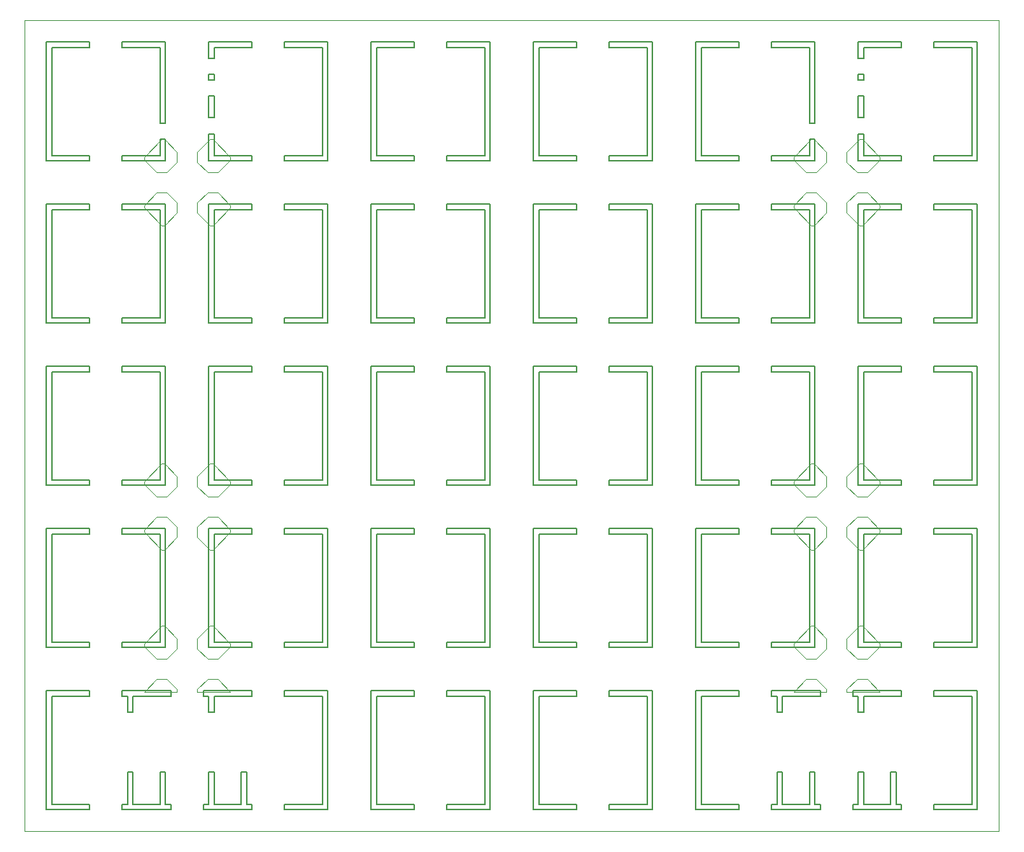
<source format=gm1>
G04 #@! TF.FileFunction,Profile,NP*
%FSLAX46Y46*%
G04 Gerber Fmt 4.6, Leading zero omitted, Abs format (unit mm)*
G04 Created by KiCad (PCBNEW 4.0.7-e2-6376~58~ubuntu16.04.1) date Wed Feb 21 22:00:40 2018*
%MOMM*%
%LPD*%
G01*
G04 APERTURE LIST*
%ADD10C,0.100000*%
%ADD11C,0.150000*%
G04 APERTURE END LIST*
D10*
X198835222Y-141684980D02*
X197346935Y-143173268D01*
X198835222Y-141684980D02*
X200025852Y-141684980D01*
X201216482Y-142875611D02*
X200025852Y-141684980D01*
X197346936Y-143173267D02*
X201216483Y-143173267D01*
X201216483Y-143173267D02*
X201216483Y-142875610D01*
X203597744Y-143173267D02*
X203597744Y-142875610D01*
X203597744Y-143173267D02*
X207467291Y-143173267D01*
X204788372Y-141684980D02*
X205979002Y-141684980D01*
X203597744Y-142875610D02*
X204788374Y-141684980D01*
X205979004Y-141684980D02*
X207467291Y-143173267D01*
X129778679Y-141684980D02*
X131266966Y-143173267D01*
X127397419Y-142875610D02*
X128588049Y-141684980D01*
X128588047Y-141684980D02*
X129778677Y-141684980D01*
X127397419Y-143173267D02*
X131266966Y-143173267D01*
X127397419Y-143173267D02*
X127397419Y-142875610D01*
X125016158Y-143173267D02*
X125016158Y-142875610D01*
X121146611Y-143173267D02*
X125016158Y-143173267D01*
X125016157Y-142875611D02*
X123825527Y-141684980D01*
X122634897Y-141684980D02*
X123825527Y-141684980D01*
X122634897Y-141684980D02*
X121146610Y-143173268D01*
X201216483Y-80962845D02*
X200025853Y-82153476D01*
X198835223Y-82153476D02*
X200025853Y-82153476D01*
X201216483Y-79772215D02*
X201216483Y-80962845D01*
X198835223Y-82153476D02*
X197346936Y-80665188D01*
X201216483Y-79772215D02*
X199728196Y-78283928D01*
X199728196Y-78283928D02*
X199430538Y-78283928D01*
X199430538Y-78283928D02*
X197346936Y-80367530D01*
X197346936Y-80367530D02*
X197346936Y-80665188D01*
X205383689Y-78283928D02*
X205086031Y-78283928D01*
X205086031Y-78283928D02*
X203597744Y-79772215D01*
X203597744Y-79772215D02*
X203597744Y-80962845D01*
X203597744Y-80962845D02*
X204788374Y-82153476D01*
X204788374Y-82153476D02*
X205979004Y-82153476D01*
X205979004Y-82153476D02*
X207467291Y-80665188D01*
X207467291Y-80665188D02*
X207467291Y-80367530D01*
X207467291Y-80367530D02*
X205383689Y-78283928D01*
X207467290Y-86320681D02*
X207467290Y-86023023D01*
X205383688Y-88404283D02*
X207467290Y-86320681D01*
X205086030Y-88404283D02*
X205383688Y-88404283D01*
X203597743Y-86915996D02*
X205086030Y-88404283D01*
X205979003Y-84534735D02*
X207467290Y-86023023D01*
X203597743Y-86915996D02*
X203597743Y-85725366D01*
X205979003Y-84534735D02*
X204788373Y-84534735D01*
X203597743Y-85725366D02*
X204788373Y-84534735D01*
X201216483Y-85725369D02*
X200025853Y-84534738D01*
X198835223Y-84534738D02*
X200025853Y-84534738D01*
X201216483Y-86915999D02*
X201216483Y-85725369D01*
X198835223Y-84534738D02*
X197346936Y-86023026D01*
X201216483Y-86915999D02*
X199728196Y-88404286D01*
X199728196Y-88404286D02*
X199430538Y-88404286D01*
X199430538Y-88404286D02*
X197346936Y-86320684D01*
X197346936Y-86320684D02*
X197346936Y-86023026D01*
X207467290Y-137517773D02*
X205383688Y-135434171D01*
X207467290Y-137815431D02*
X207467290Y-137517773D01*
X205979003Y-139303719D02*
X207467290Y-137815431D01*
X204788373Y-139303719D02*
X205979003Y-139303719D01*
X203597743Y-138113088D02*
X204788373Y-139303719D01*
X203597743Y-136922458D02*
X203597743Y-138113088D01*
X205086030Y-135434171D02*
X203597743Y-136922458D01*
X205383688Y-135434171D02*
X205086030Y-135434171D01*
X197346935Y-137517773D02*
X197346935Y-137815431D01*
X199430537Y-135434171D02*
X197346935Y-137517773D01*
X199728195Y-135434171D02*
X199430537Y-135434171D01*
X201216482Y-136922458D02*
X199728195Y-135434171D01*
X198835222Y-139303719D02*
X197346935Y-137815431D01*
X201216482Y-136922458D02*
X201216482Y-138113088D01*
X198835222Y-139303719D02*
X200025852Y-139303719D01*
X201216482Y-138113088D02*
X200025852Y-139303719D01*
X201216482Y-119063006D02*
X200025852Y-120253637D01*
X198835222Y-120253637D02*
X200025852Y-120253637D01*
X201216482Y-117872376D02*
X201216482Y-119063006D01*
X198835222Y-120253637D02*
X197346935Y-118765349D01*
X201216482Y-117872376D02*
X199728195Y-116384089D01*
X199728195Y-116384089D02*
X199430537Y-116384089D01*
X199430537Y-116384089D02*
X197346935Y-118467691D01*
X197346935Y-118467691D02*
X197346935Y-118765349D01*
X205383688Y-116384089D02*
X205086030Y-116384089D01*
X205086030Y-116384089D02*
X203597743Y-117872376D01*
X203597743Y-117872376D02*
X203597743Y-119063006D01*
X203597743Y-119063006D02*
X204788373Y-120253637D01*
X204788373Y-120253637D02*
X205979003Y-120253637D01*
X205979003Y-120253637D02*
X207467290Y-118765349D01*
X207467290Y-118765349D02*
X207467290Y-118467691D01*
X207467290Y-118467691D02*
X205383688Y-116384089D01*
X207467289Y-124420842D02*
X207467289Y-124123184D01*
X205383687Y-126504444D02*
X207467289Y-124420842D01*
X205086029Y-126504444D02*
X205383687Y-126504444D01*
X203597742Y-125016157D02*
X205086029Y-126504444D01*
X205979002Y-122634896D02*
X207467289Y-124123184D01*
X203597742Y-125016157D02*
X203597742Y-123825527D01*
X205979002Y-122634896D02*
X204788372Y-122634896D01*
X203597742Y-123825527D02*
X204788372Y-122634896D01*
X201216482Y-123825530D02*
X200025852Y-122634899D01*
X198835222Y-122634899D02*
X200025852Y-122634899D01*
X201216482Y-125016160D02*
X201216482Y-123825530D01*
X198835222Y-122634899D02*
X197346935Y-124123187D01*
X201216482Y-125016160D02*
X199728195Y-126504447D01*
X199728195Y-126504447D02*
X199430537Y-126504447D01*
X199430537Y-126504447D02*
X197346935Y-124420845D01*
X197346935Y-124420845D02*
X197346935Y-124123187D01*
X121146610Y-124420845D02*
X121146610Y-124123187D01*
X123230212Y-126504447D02*
X121146610Y-124420845D01*
X123527870Y-126504447D02*
X123230212Y-126504447D01*
X125016157Y-125016160D02*
X123527870Y-126504447D01*
X122634897Y-122634899D02*
X121146610Y-124123187D01*
X125016157Y-125016160D02*
X125016157Y-123825530D01*
X122634897Y-122634899D02*
X123825527Y-122634899D01*
X125016157Y-123825530D02*
X123825527Y-122634899D01*
X127397417Y-123825527D02*
X128588047Y-122634896D01*
X129778677Y-122634896D02*
X128588047Y-122634896D01*
X127397417Y-125016157D02*
X127397417Y-123825527D01*
X129778677Y-122634896D02*
X131266964Y-124123184D01*
X127397417Y-125016157D02*
X128885704Y-126504444D01*
X128885704Y-126504444D02*
X129183362Y-126504444D01*
X129183362Y-126504444D02*
X131266964Y-124420842D01*
X131266964Y-124420842D02*
X131266964Y-124123184D01*
X131266965Y-118467691D02*
X129183363Y-116384089D01*
X131266965Y-118765349D02*
X131266965Y-118467691D01*
X129778678Y-120253637D02*
X131266965Y-118765349D01*
X128588048Y-120253637D02*
X129778678Y-120253637D01*
X127397418Y-119063006D02*
X128588048Y-120253637D01*
X127397418Y-117872376D02*
X127397418Y-119063006D01*
X128885705Y-116384089D02*
X127397418Y-117872376D01*
X129183363Y-116384089D02*
X128885705Y-116384089D01*
X121146610Y-118467691D02*
X121146610Y-118765349D01*
X123230212Y-116384089D02*
X121146610Y-118467691D01*
X123527870Y-116384089D02*
X123230212Y-116384089D01*
X125016157Y-117872376D02*
X123527870Y-116384089D01*
X122634897Y-120253637D02*
X121146610Y-118765349D01*
X125016157Y-117872376D02*
X125016157Y-119063006D01*
X122634897Y-120253637D02*
X123825527Y-120253637D01*
X125016157Y-119063006D02*
X123825527Y-120253637D01*
X125016157Y-138113088D02*
X123825527Y-139303719D01*
X122634897Y-139303719D02*
X123825527Y-139303719D01*
X125016157Y-136922458D02*
X125016157Y-138113088D01*
X122634897Y-139303719D02*
X121146610Y-137815431D01*
X125016157Y-136922458D02*
X123527870Y-135434171D01*
X123527870Y-135434171D02*
X123230212Y-135434171D01*
X123230212Y-135434171D02*
X121146610Y-137517773D01*
X121146610Y-137517773D02*
X121146610Y-137815431D01*
X129183363Y-135434171D02*
X128885705Y-135434171D01*
X128885705Y-135434171D02*
X127397418Y-136922458D01*
X127397418Y-136922458D02*
X127397418Y-138113088D01*
X127397418Y-138113088D02*
X128588048Y-139303719D01*
X128588048Y-139303719D02*
X129778678Y-139303719D01*
X129778678Y-139303719D02*
X131266965Y-137815431D01*
X131266965Y-137815431D02*
X131266965Y-137517773D01*
X131266965Y-137517773D02*
X129183363Y-135434171D01*
X121146611Y-86320684D02*
X121146611Y-86023026D01*
X123230213Y-88404286D02*
X121146611Y-86320684D01*
X123527871Y-88404286D02*
X123230213Y-88404286D01*
X125016158Y-86915999D02*
X123527871Y-88404286D01*
X122634898Y-84534738D02*
X121146611Y-86023026D01*
X125016158Y-86915999D02*
X125016158Y-85725369D01*
X122634898Y-84534738D02*
X123825528Y-84534738D01*
X125016158Y-85725369D02*
X123825528Y-84534738D01*
X127397418Y-85725366D02*
X128588048Y-84534735D01*
X129778678Y-84534735D02*
X128588048Y-84534735D01*
X127397418Y-86915996D02*
X127397418Y-85725366D01*
X129778678Y-84534735D02*
X131266965Y-86023023D01*
X127397418Y-86915996D02*
X128885705Y-88404283D01*
X128885705Y-88404283D02*
X129183363Y-88404283D01*
X129183363Y-88404283D02*
X131266965Y-86320681D01*
X131266965Y-86320681D02*
X131266965Y-86023023D01*
X131266966Y-80367530D02*
X129183364Y-78283928D01*
X131266966Y-80665188D02*
X131266966Y-80367530D01*
X129778679Y-82153476D02*
X131266966Y-80665188D01*
X128588049Y-82153476D02*
X129778679Y-82153476D01*
X127397419Y-80962845D02*
X128588049Y-82153476D01*
X127397419Y-79772215D02*
X127397419Y-80962845D01*
X128885706Y-78283928D02*
X127397419Y-79772215D01*
X129183364Y-78283928D02*
X128885706Y-78283928D01*
X121146611Y-80367530D02*
X121146611Y-80665188D01*
X123230213Y-78283928D02*
X121146611Y-80367530D01*
X123527871Y-78283928D02*
X123230213Y-78283928D01*
X125016158Y-79772215D02*
X123527871Y-78283928D01*
X122634898Y-82153476D02*
X121146611Y-80665188D01*
X125016158Y-79772215D02*
X125016158Y-80962845D01*
X122634898Y-82153476D02*
X123825528Y-82153476D01*
X125016158Y-80962845D02*
X123825528Y-82153476D01*
X107156250Y-159543832D02*
X107156250Y-64293750D01*
X107156250Y-64293750D02*
X221456250Y-64293750D01*
X221456250Y-159543832D02*
X107156250Y-159543832D01*
X221456250Y-64293750D02*
X221456250Y-159543832D01*
D11*
X171926992Y-143669390D02*
X167481992Y-143669390D01*
X167481992Y-143669390D02*
X167481992Y-156369390D01*
X167481992Y-156369390D02*
X171926992Y-156369390D01*
X171926992Y-157004390D02*
X166846992Y-157004390D01*
X166846992Y-157004390D02*
X166846992Y-143034390D01*
X166846992Y-143034390D02*
X171926992Y-143034390D01*
X175736992Y-143034390D02*
X180816992Y-143034390D01*
X180816992Y-143034390D02*
X180816992Y-157004390D01*
X180816992Y-157004390D02*
X175736992Y-157004390D01*
X175736992Y-156369390D02*
X180181992Y-156369390D01*
X180181992Y-156369390D02*
X180181992Y-143669390D01*
X180181992Y-143669390D02*
X175736992Y-143669390D01*
X171926992Y-143669390D02*
X171926992Y-143034390D01*
X175736992Y-143034390D02*
X175736992Y-143669390D01*
X175736992Y-156369390D02*
X175736992Y-157004390D01*
X171926992Y-157004390D02*
X171926992Y-156369390D01*
X152876910Y-143669390D02*
X148431910Y-143669390D01*
X148431910Y-143669390D02*
X148431910Y-156369390D01*
X148431910Y-156369390D02*
X152876910Y-156369390D01*
X152876910Y-157004390D02*
X147796910Y-157004390D01*
X147796910Y-157004390D02*
X147796910Y-143034390D01*
X147796910Y-143034390D02*
X152876910Y-143034390D01*
X156686910Y-143034390D02*
X161766910Y-143034390D01*
X161766910Y-143034390D02*
X161766910Y-157004390D01*
X161766910Y-157004390D02*
X156686910Y-157004390D01*
X156686910Y-156369390D02*
X161131910Y-156369390D01*
X161131910Y-156369390D02*
X161131910Y-143669390D01*
X161131910Y-143669390D02*
X156686910Y-143669390D01*
X152876910Y-143669390D02*
X152876910Y-143034390D01*
X156686910Y-143034390D02*
X156686910Y-143669390D01*
X156686910Y-156369390D02*
X156686910Y-157004390D01*
X152876910Y-157004390D02*
X152876910Y-156369390D01*
X171926250Y-124618750D02*
X167481250Y-124618750D01*
X167481250Y-124618750D02*
X167481250Y-137318750D01*
X167481250Y-137318750D02*
X171926250Y-137318750D01*
X171926250Y-137953750D02*
X166846250Y-137953750D01*
X166846250Y-137953750D02*
X166846250Y-123983750D01*
X166846250Y-123983750D02*
X171926250Y-123983750D01*
X175736250Y-123983750D02*
X180816250Y-123983750D01*
X180816250Y-123983750D02*
X180816250Y-137953750D01*
X180816250Y-137953750D02*
X175736250Y-137953750D01*
X175736250Y-137318750D02*
X180181250Y-137318750D01*
X180181250Y-137318750D02*
X180181250Y-124618750D01*
X180181250Y-124618750D02*
X175736250Y-124618750D01*
X171926250Y-124618750D02*
X171926250Y-123983750D01*
X175736250Y-123983750D02*
X175736250Y-124618750D01*
X175736250Y-137318750D02*
X175736250Y-137953750D01*
X171926250Y-137953750D02*
X171926250Y-137318750D01*
X171926250Y-105568750D02*
X167481250Y-105568750D01*
X167481250Y-105568750D02*
X167481250Y-118268750D01*
X167481250Y-118268750D02*
X171926250Y-118268750D01*
X171926250Y-118903750D02*
X166846250Y-118903750D01*
X166846250Y-118903750D02*
X166846250Y-104933750D01*
X166846250Y-104933750D02*
X171926250Y-104933750D01*
X175736250Y-104933750D02*
X180816250Y-104933750D01*
X180816250Y-104933750D02*
X180816250Y-118903750D01*
X180816250Y-118903750D02*
X175736250Y-118903750D01*
X175736250Y-118268750D02*
X180181250Y-118268750D01*
X180181250Y-118268750D02*
X180181250Y-105568750D01*
X180181250Y-105568750D02*
X175736250Y-105568750D01*
X171926250Y-105568750D02*
X171926250Y-104933750D01*
X175736250Y-104933750D02*
X175736250Y-105568750D01*
X175736250Y-118268750D02*
X175736250Y-118903750D01*
X171926250Y-118903750D02*
X171926250Y-118268750D01*
X171926250Y-86518750D02*
X167481250Y-86518750D01*
X167481250Y-86518750D02*
X167481250Y-99218750D01*
X167481250Y-99218750D02*
X171926250Y-99218750D01*
X171926250Y-99853750D02*
X166846250Y-99853750D01*
X166846250Y-99853750D02*
X166846250Y-85883750D01*
X166846250Y-85883750D02*
X171926250Y-85883750D01*
X175736250Y-85883750D02*
X180816250Y-85883750D01*
X180816250Y-85883750D02*
X180816250Y-99853750D01*
X180816250Y-99853750D02*
X175736250Y-99853750D01*
X175736250Y-99218750D02*
X180181250Y-99218750D01*
X180181250Y-99218750D02*
X180181250Y-86518750D01*
X180181250Y-86518750D02*
X175736250Y-86518750D01*
X171926250Y-86518750D02*
X171926250Y-85883750D01*
X175736250Y-85883750D02*
X175736250Y-86518750D01*
X175736250Y-99218750D02*
X175736250Y-99853750D01*
X171926250Y-99853750D02*
X171926250Y-99218750D01*
X114776250Y-124618750D02*
X110331250Y-124618750D01*
X110331250Y-124618750D02*
X110331250Y-137318750D01*
X110331250Y-137318750D02*
X114776250Y-137318750D01*
X114776250Y-137953750D02*
X109696250Y-137953750D01*
X109696250Y-137953750D02*
X109696250Y-123983750D01*
X109696250Y-123983750D02*
X114776250Y-123983750D01*
X118586250Y-123983750D02*
X123666250Y-123983750D01*
X123666250Y-123983750D02*
X123666250Y-137953750D01*
X123666250Y-137953750D02*
X118586250Y-137953750D01*
X118586250Y-137318750D02*
X123031250Y-137318750D01*
X123031250Y-137318750D02*
X123031250Y-124618750D01*
X123031250Y-124618750D02*
X118586250Y-124618750D01*
X114776250Y-124618750D02*
X114776250Y-123983750D01*
X118586250Y-123983750D02*
X118586250Y-124618750D01*
X118586250Y-137318750D02*
X118586250Y-137953750D01*
X114776250Y-137953750D02*
X114776250Y-137318750D01*
X133826250Y-124618750D02*
X129381250Y-124618750D01*
X129381250Y-124618750D02*
X129381250Y-137318750D01*
X129381250Y-137318750D02*
X133826250Y-137318750D01*
X133826250Y-137953750D02*
X128746250Y-137953750D01*
X128746250Y-137953750D02*
X128746250Y-123983750D01*
X128746250Y-123983750D02*
X133826250Y-123983750D01*
X137636250Y-123983750D02*
X142716250Y-123983750D01*
X142716250Y-123983750D02*
X142716250Y-137953750D01*
X142716250Y-137953750D02*
X137636250Y-137953750D01*
X137636250Y-137318750D02*
X142081250Y-137318750D01*
X142081250Y-137318750D02*
X142081250Y-124618750D01*
X142081250Y-124618750D02*
X137636250Y-124618750D01*
X133826250Y-124618750D02*
X133826250Y-123983750D01*
X137636250Y-123983750D02*
X137636250Y-124618750D01*
X137636250Y-137318750D02*
X137636250Y-137953750D01*
X133826250Y-137953750D02*
X133826250Y-137318750D01*
X190976250Y-124618750D02*
X186531250Y-124618750D01*
X186531250Y-124618750D02*
X186531250Y-137318750D01*
X186531250Y-137318750D02*
X190976250Y-137318750D01*
X190976250Y-137953750D02*
X185896250Y-137953750D01*
X185896250Y-137953750D02*
X185896250Y-123983750D01*
X185896250Y-123983750D02*
X190976250Y-123983750D01*
X194786250Y-123983750D02*
X199866250Y-123983750D01*
X199866250Y-123983750D02*
X199866250Y-137953750D01*
X199866250Y-137953750D02*
X194786250Y-137953750D01*
X194786250Y-137318750D02*
X199231250Y-137318750D01*
X199231250Y-137318750D02*
X199231250Y-124618750D01*
X199231250Y-124618750D02*
X194786250Y-124618750D01*
X190976250Y-124618750D02*
X190976250Y-123983750D01*
X194786250Y-123983750D02*
X194786250Y-124618750D01*
X194786250Y-137318750D02*
X194786250Y-137953750D01*
X190976250Y-137953750D02*
X190976250Y-137318750D01*
X210026250Y-105568750D02*
X205581250Y-105568750D01*
X205581250Y-105568750D02*
X205581250Y-118268750D01*
X205581250Y-118268750D02*
X210026250Y-118268750D01*
X210026250Y-118903750D02*
X204946250Y-118903750D01*
X204946250Y-118903750D02*
X204946250Y-104933750D01*
X204946250Y-104933750D02*
X210026250Y-104933750D01*
X213836250Y-104933750D02*
X218916250Y-104933750D01*
X218916250Y-104933750D02*
X218916250Y-118903750D01*
X218916250Y-118903750D02*
X213836250Y-118903750D01*
X213836250Y-118268750D02*
X218281250Y-118268750D01*
X218281250Y-118268750D02*
X218281250Y-105568750D01*
X218281250Y-105568750D02*
X213836250Y-105568750D01*
X210026250Y-105568750D02*
X210026250Y-104933750D01*
X213836250Y-104933750D02*
X213836250Y-105568750D01*
X213836250Y-118268750D02*
X213836250Y-118903750D01*
X210026250Y-118903750D02*
X210026250Y-118268750D01*
X190976250Y-105568750D02*
X186531250Y-105568750D01*
X186531250Y-105568750D02*
X186531250Y-118268750D01*
X186531250Y-118268750D02*
X190976250Y-118268750D01*
X190976250Y-118903750D02*
X185896250Y-118903750D01*
X185896250Y-118903750D02*
X185896250Y-104933750D01*
X185896250Y-104933750D02*
X190976250Y-104933750D01*
X194786250Y-104933750D02*
X199866250Y-104933750D01*
X199866250Y-104933750D02*
X199866250Y-118903750D01*
X199866250Y-118903750D02*
X194786250Y-118903750D01*
X194786250Y-118268750D02*
X199231250Y-118268750D01*
X199231250Y-118268750D02*
X199231250Y-105568750D01*
X199231250Y-105568750D02*
X194786250Y-105568750D01*
X190976250Y-105568750D02*
X190976250Y-104933750D01*
X194786250Y-104933750D02*
X194786250Y-105568750D01*
X194786250Y-118268750D02*
X194786250Y-118903750D01*
X190976250Y-118903750D02*
X190976250Y-118268750D01*
X152876250Y-105568750D02*
X148431250Y-105568750D01*
X148431250Y-105568750D02*
X148431250Y-118268750D01*
X148431250Y-118268750D02*
X152876250Y-118268750D01*
X152876250Y-118903750D02*
X147796250Y-118903750D01*
X147796250Y-118903750D02*
X147796250Y-104933750D01*
X147796250Y-104933750D02*
X152876250Y-104933750D01*
X156686250Y-104933750D02*
X161766250Y-104933750D01*
X161766250Y-104933750D02*
X161766250Y-118903750D01*
X161766250Y-118903750D02*
X156686250Y-118903750D01*
X156686250Y-118268750D02*
X161131250Y-118268750D01*
X161131250Y-118268750D02*
X161131250Y-105568750D01*
X161131250Y-105568750D02*
X156686250Y-105568750D01*
X152876250Y-105568750D02*
X152876250Y-104933750D01*
X156686250Y-104933750D02*
X156686250Y-105568750D01*
X156686250Y-118268750D02*
X156686250Y-118903750D01*
X152876250Y-118903750D02*
X152876250Y-118268750D01*
X133826250Y-105568750D02*
X129381250Y-105568750D01*
X129381250Y-105568750D02*
X129381250Y-118268750D01*
X129381250Y-118268750D02*
X133826250Y-118268750D01*
X133826250Y-118903750D02*
X128746250Y-118903750D01*
X128746250Y-118903750D02*
X128746250Y-104933750D01*
X128746250Y-104933750D02*
X133826250Y-104933750D01*
X137636250Y-104933750D02*
X142716250Y-104933750D01*
X142716250Y-104933750D02*
X142716250Y-118903750D01*
X142716250Y-118903750D02*
X137636250Y-118903750D01*
X137636250Y-118268750D02*
X142081250Y-118268750D01*
X142081250Y-118268750D02*
X142081250Y-105568750D01*
X142081250Y-105568750D02*
X137636250Y-105568750D01*
X133826250Y-105568750D02*
X133826250Y-104933750D01*
X137636250Y-104933750D02*
X137636250Y-105568750D01*
X137636250Y-118268750D02*
X137636250Y-118903750D01*
X133826250Y-118903750D02*
X133826250Y-118268750D01*
X114776250Y-105568750D02*
X110331250Y-105568750D01*
X110331250Y-105568750D02*
X110331250Y-118268750D01*
X110331250Y-118268750D02*
X114776250Y-118268750D01*
X114776250Y-118903750D02*
X109696250Y-118903750D01*
X109696250Y-118903750D02*
X109696250Y-104933750D01*
X109696250Y-104933750D02*
X114776250Y-104933750D01*
X118586250Y-104933750D02*
X123666250Y-104933750D01*
X123666250Y-104933750D02*
X123666250Y-118903750D01*
X123666250Y-118903750D02*
X118586250Y-118903750D01*
X118586250Y-118268750D02*
X123031250Y-118268750D01*
X123031250Y-118268750D02*
X123031250Y-105568750D01*
X123031250Y-105568750D02*
X118586250Y-105568750D01*
X114776250Y-105568750D02*
X114776250Y-104933750D01*
X118586250Y-104933750D02*
X118586250Y-105568750D01*
X118586250Y-118268750D02*
X118586250Y-118903750D01*
X114776250Y-118903750D02*
X114776250Y-118268750D01*
X210026250Y-86518750D02*
X205581250Y-86518750D01*
X205581250Y-86518750D02*
X205581250Y-99218750D01*
X205581250Y-99218750D02*
X210026250Y-99218750D01*
X210026250Y-99853750D02*
X204946250Y-99853750D01*
X204946250Y-99853750D02*
X204946250Y-85883750D01*
X204946250Y-85883750D02*
X210026250Y-85883750D01*
X213836250Y-85883750D02*
X218916250Y-85883750D01*
X218916250Y-85883750D02*
X218916250Y-99853750D01*
X218916250Y-99853750D02*
X213836250Y-99853750D01*
X213836250Y-99218750D02*
X218281250Y-99218750D01*
X218281250Y-99218750D02*
X218281250Y-86518750D01*
X218281250Y-86518750D02*
X213836250Y-86518750D01*
X210026250Y-86518750D02*
X210026250Y-85883750D01*
X213836250Y-85883750D02*
X213836250Y-86518750D01*
X213836250Y-99218750D02*
X213836250Y-99853750D01*
X210026250Y-99853750D02*
X210026250Y-99218750D01*
X190976250Y-86518750D02*
X186531250Y-86518750D01*
X186531250Y-86518750D02*
X186531250Y-99218750D01*
X186531250Y-99218750D02*
X190976250Y-99218750D01*
X190976250Y-99853750D02*
X185896250Y-99853750D01*
X185896250Y-99853750D02*
X185896250Y-85883750D01*
X185896250Y-85883750D02*
X190976250Y-85883750D01*
X194786250Y-85883750D02*
X199866250Y-85883750D01*
X199866250Y-85883750D02*
X199866250Y-99853750D01*
X199866250Y-99853750D02*
X194786250Y-99853750D01*
X194786250Y-99218750D02*
X199231250Y-99218750D01*
X199231250Y-99218750D02*
X199231250Y-86518750D01*
X199231250Y-86518750D02*
X194786250Y-86518750D01*
X190976250Y-86518750D02*
X190976250Y-85883750D01*
X194786250Y-85883750D02*
X194786250Y-86518750D01*
X194786250Y-99218750D02*
X194786250Y-99853750D01*
X190976250Y-99853750D02*
X190976250Y-99218750D01*
X152876250Y-86518750D02*
X148431250Y-86518750D01*
X148431250Y-86518750D02*
X148431250Y-99218750D01*
X148431250Y-99218750D02*
X152876250Y-99218750D01*
X152876250Y-99853750D02*
X147796250Y-99853750D01*
X147796250Y-99853750D02*
X147796250Y-85883750D01*
X147796250Y-85883750D02*
X152876250Y-85883750D01*
X156686250Y-85883750D02*
X161766250Y-85883750D01*
X161766250Y-85883750D02*
X161766250Y-99853750D01*
X161766250Y-99853750D02*
X156686250Y-99853750D01*
X156686250Y-99218750D02*
X161131250Y-99218750D01*
X161131250Y-99218750D02*
X161131250Y-86518750D01*
X161131250Y-86518750D02*
X156686250Y-86518750D01*
X152876250Y-86518750D02*
X152876250Y-85883750D01*
X156686250Y-85883750D02*
X156686250Y-86518750D01*
X156686250Y-99218750D02*
X156686250Y-99853750D01*
X152876250Y-99853750D02*
X152876250Y-99218750D01*
X133826250Y-86518750D02*
X129381250Y-86518750D01*
X129381250Y-86518750D02*
X129381250Y-99218750D01*
X129381250Y-99218750D02*
X133826250Y-99218750D01*
X133826250Y-99853750D02*
X128746250Y-99853750D01*
X128746250Y-99853750D02*
X128746250Y-85883750D01*
X128746250Y-85883750D02*
X133826250Y-85883750D01*
X137636250Y-85883750D02*
X142716250Y-85883750D01*
X142716250Y-85883750D02*
X142716250Y-99853750D01*
X142716250Y-99853750D02*
X137636250Y-99853750D01*
X137636250Y-99218750D02*
X142081250Y-99218750D01*
X142081250Y-99218750D02*
X142081250Y-86518750D01*
X142081250Y-86518750D02*
X137636250Y-86518750D01*
X133826250Y-86518750D02*
X133826250Y-85883750D01*
X137636250Y-85883750D02*
X137636250Y-86518750D01*
X137636250Y-99218750D02*
X137636250Y-99853750D01*
X133826250Y-99853750D02*
X133826250Y-99218750D01*
X114776250Y-86518750D02*
X110331250Y-86518750D01*
X110331250Y-86518750D02*
X110331250Y-99218750D01*
X110331250Y-99218750D02*
X114776250Y-99218750D01*
X114776250Y-99853750D02*
X109696250Y-99853750D01*
X109696250Y-99853750D02*
X109696250Y-85883750D01*
X109696250Y-85883750D02*
X114776250Y-85883750D01*
X118586250Y-85883750D02*
X123666250Y-85883750D01*
X123666250Y-85883750D02*
X123666250Y-99853750D01*
X123666250Y-99853750D02*
X118586250Y-99853750D01*
X118586250Y-99218750D02*
X123031250Y-99218750D01*
X123031250Y-99218750D02*
X123031250Y-86518750D01*
X123031250Y-86518750D02*
X118586250Y-86518750D01*
X114776250Y-86518750D02*
X114776250Y-85883750D01*
X118586250Y-85883750D02*
X118586250Y-86518750D01*
X118586250Y-99218750D02*
X118586250Y-99853750D01*
X114776250Y-99853750D02*
X114776250Y-99218750D01*
X171926250Y-67468750D02*
X167481250Y-67468750D01*
X167481250Y-67468750D02*
X167481250Y-80168750D01*
X167481250Y-80168750D02*
X171926250Y-80168750D01*
X171926250Y-80803750D02*
X166846250Y-80803750D01*
X166846250Y-80803750D02*
X166846250Y-66833750D01*
X166846250Y-66833750D02*
X171926250Y-66833750D01*
X175736250Y-66833750D02*
X180816250Y-66833750D01*
X180816250Y-66833750D02*
X180816250Y-80803750D01*
X180816250Y-80803750D02*
X175736250Y-80803750D01*
X175736250Y-80168750D02*
X180181250Y-80168750D01*
X180181250Y-80168750D02*
X180181250Y-67468750D01*
X180181250Y-67468750D02*
X175736250Y-67468750D01*
X171926250Y-67468750D02*
X171926250Y-66833750D01*
X175736250Y-66833750D02*
X175736250Y-67468750D01*
X175736250Y-80168750D02*
X175736250Y-80803750D01*
X171926250Y-80803750D02*
X171926250Y-80168750D01*
X156686250Y-80168750D02*
X161131250Y-80168750D01*
X161131250Y-80168750D02*
X161131250Y-67468750D01*
X161131250Y-67468750D02*
X156686250Y-67468750D01*
X156686250Y-66833750D02*
X161766250Y-66833750D01*
X161766250Y-66833750D02*
X161766250Y-80803750D01*
X161766250Y-80803750D02*
X156686250Y-80803750D01*
X152876250Y-80803750D02*
X147796250Y-80803750D01*
X147796250Y-80803750D02*
X147796250Y-66833750D01*
X147796250Y-66833750D02*
X152876250Y-66833750D01*
X152876250Y-67468750D02*
X148431250Y-67468750D01*
X148431250Y-67468750D02*
X148431250Y-80168750D01*
X148431250Y-80168750D02*
X152876250Y-80168750D01*
X156686250Y-80168750D02*
X156686250Y-80803750D01*
X152876250Y-80803750D02*
X152876250Y-80168750D01*
X152876250Y-67468750D02*
X152876250Y-66833750D01*
X156686250Y-66833750D02*
X156686250Y-67468750D01*
X210026250Y-124618750D02*
X205581250Y-124618750D01*
X205581250Y-124618750D02*
X205581250Y-137318750D01*
X205581250Y-137318750D02*
X210026250Y-137318750D01*
X210026250Y-137953750D02*
X204946250Y-137953750D01*
X204946250Y-137953750D02*
X204946250Y-123983750D01*
X204946250Y-123983750D02*
X210026250Y-123983750D01*
X213836250Y-123983750D02*
X218916250Y-123983750D01*
X218916250Y-123983750D02*
X218916250Y-137953750D01*
X218916250Y-137953750D02*
X213836250Y-137953750D01*
X213836250Y-137318750D02*
X218281250Y-137318750D01*
X218281250Y-137318750D02*
X218281250Y-124618750D01*
X218281250Y-124618750D02*
X213836250Y-124618750D01*
X210026250Y-124618750D02*
X210026250Y-123983750D01*
X213836250Y-123983750D02*
X213836250Y-124618750D01*
X213836250Y-137318750D02*
X213836250Y-137953750D01*
X210026250Y-137953750D02*
X210026250Y-137318750D01*
X152876250Y-124618750D02*
X148431250Y-124618750D01*
X148431250Y-124618750D02*
X148431250Y-137318750D01*
X148431250Y-137318750D02*
X152876250Y-137318750D01*
X152876250Y-137953750D02*
X147796250Y-137953750D01*
X147796250Y-137953750D02*
X147796250Y-123983750D01*
X147796250Y-123983750D02*
X152876250Y-123983750D01*
X156686250Y-123983750D02*
X161766250Y-123983750D01*
X161766250Y-123983750D02*
X161766250Y-137953750D01*
X161766250Y-137953750D02*
X156686250Y-137953750D01*
X156686250Y-137318750D02*
X161131250Y-137318750D01*
X161131250Y-137318750D02*
X161131250Y-124618750D01*
X161131250Y-124618750D02*
X156686250Y-124618750D01*
X152876250Y-124618750D02*
X152876250Y-123983750D01*
X156686250Y-123983750D02*
X156686250Y-124618750D01*
X156686250Y-137318750D02*
X156686250Y-137953750D01*
X152876250Y-137953750D02*
X152876250Y-137318750D01*
X123666250Y-76358750D02*
X123666250Y-66833750D01*
X123031250Y-67468750D02*
X123031250Y-76358750D01*
X123666250Y-80803750D02*
X123666250Y-78263750D01*
X123031250Y-78263750D02*
X123031250Y-80168750D01*
X123031250Y-76358750D02*
X123666250Y-76358750D01*
X123031250Y-78263750D02*
X123666250Y-78263750D01*
X114776250Y-67468750D02*
X110331250Y-67468750D01*
X110331250Y-80168750D02*
X114776250Y-80168750D01*
X114776250Y-80803750D02*
X109696250Y-80803750D01*
X109696250Y-66833750D02*
X114776250Y-66833750D01*
X118586250Y-66833750D02*
X123666250Y-66833750D01*
X109696250Y-66833750D02*
X109696250Y-80803750D01*
X123666250Y-80803750D02*
X118586250Y-80803750D01*
X118586250Y-80168750D02*
X123031250Y-80168750D01*
X110331250Y-80168750D02*
X110331250Y-67468750D01*
X123031250Y-67468750D02*
X118586250Y-67468750D01*
X114776250Y-67468750D02*
X114776250Y-66833750D01*
X118586250Y-66833750D02*
X118586250Y-67468750D01*
X118586250Y-80168750D02*
X118586250Y-80803750D01*
X114776250Y-80803750D02*
X114776250Y-80168750D01*
X205581250Y-68738750D02*
X204946250Y-68738750D01*
X204946250Y-70643750D02*
X205581250Y-70643750D01*
X204946250Y-71278750D02*
X205581250Y-71278750D01*
X205581250Y-73183750D02*
X204946250Y-73183750D01*
X204946250Y-66833750D02*
X204946250Y-68738750D01*
X205581250Y-67468750D02*
X205581250Y-68738750D01*
X204946250Y-70643750D02*
X204946250Y-71278750D01*
X205581250Y-70643750D02*
X205581250Y-71278750D01*
X205581250Y-75723750D02*
X205581250Y-73183750D01*
X204946250Y-75723750D02*
X205581250Y-75723750D01*
X204946250Y-73183750D02*
X204946250Y-75723750D01*
X204946250Y-77628750D02*
X205581250Y-77628750D01*
X204946250Y-77628750D02*
X204946250Y-80803750D01*
X205581250Y-80168750D02*
X205581250Y-77628750D01*
X210026250Y-67468750D02*
X205581250Y-67468750D01*
X218281250Y-67468750D02*
X218281250Y-80168750D01*
X205581250Y-80168750D02*
X210026250Y-80168750D01*
X210026250Y-80803750D02*
X204946250Y-80803750D01*
X218916250Y-80803750D02*
X218916250Y-66833750D01*
X204946250Y-66833750D02*
X210026250Y-66833750D01*
X213836250Y-66833750D02*
X218916250Y-66833750D01*
X218916250Y-80803750D02*
X213836250Y-80803750D01*
X213836250Y-80168750D02*
X218281250Y-80168750D01*
X218281250Y-67468750D02*
X213836250Y-67468750D01*
X210026250Y-67468750D02*
X210026250Y-66833750D01*
X213836250Y-66833750D02*
X213836250Y-67468750D01*
X213836250Y-80168750D02*
X213836250Y-80803750D01*
X210026250Y-80803750D02*
X210026250Y-80168750D01*
X199866250Y-76358750D02*
X199866250Y-66833750D01*
X199231250Y-67468750D02*
X199231250Y-76358750D01*
X199866250Y-80803750D02*
X199866250Y-78263750D01*
X199231250Y-78263750D02*
X199231250Y-80168750D01*
X199231250Y-76358750D02*
X199866250Y-76358750D01*
X199231250Y-78263750D02*
X199866250Y-78263750D01*
X190976250Y-67468750D02*
X186531250Y-67468750D01*
X186531250Y-80168750D02*
X190976250Y-80168750D01*
X190976250Y-80803750D02*
X185896250Y-80803750D01*
X185896250Y-66833750D02*
X190976250Y-66833750D01*
X194786250Y-66833750D02*
X199866250Y-66833750D01*
X185896250Y-66833750D02*
X185896250Y-80803750D01*
X199866250Y-80803750D02*
X194786250Y-80803750D01*
X194786250Y-80168750D02*
X199231250Y-80168750D01*
X186531250Y-80168750D02*
X186531250Y-67468750D01*
X199231250Y-67468750D02*
X194786250Y-67468750D01*
X190976250Y-67468750D02*
X190976250Y-66833750D01*
X194786250Y-66833750D02*
X194786250Y-67468750D01*
X194786250Y-80168750D02*
X194786250Y-80803750D01*
X190976250Y-80803750D02*
X190976250Y-80168750D01*
X129381250Y-68738750D02*
X128746250Y-68738750D01*
X128746250Y-70643750D02*
X129381250Y-70643750D01*
X128746250Y-71278750D02*
X129381250Y-71278750D01*
X129381250Y-73183750D02*
X128746250Y-73183750D01*
X128746250Y-66833750D02*
X128746250Y-68738750D01*
X129381250Y-67468750D02*
X129381250Y-68738750D01*
X128746250Y-70643750D02*
X128746250Y-71278750D01*
X129381250Y-70643750D02*
X129381250Y-71278750D01*
X129381250Y-75723750D02*
X129381250Y-73183750D01*
X128746250Y-75723750D02*
X129381250Y-75723750D01*
X128746250Y-73183750D02*
X128746250Y-75723750D01*
X128746250Y-77628750D02*
X129381250Y-77628750D01*
X128746250Y-77628750D02*
X128746250Y-80803750D01*
X129381250Y-80168750D02*
X129381250Y-77628750D01*
X133826250Y-67468750D02*
X129381250Y-67468750D01*
X142081250Y-67468750D02*
X142081250Y-80168750D01*
X129381250Y-80168750D02*
X133826250Y-80168750D01*
X133826250Y-80803750D02*
X128746250Y-80803750D01*
X142716250Y-80803750D02*
X142716250Y-66833750D01*
X128746250Y-66833750D02*
X133826250Y-66833750D01*
X137636250Y-66833750D02*
X142716250Y-66833750D01*
X142716250Y-80803750D02*
X137636250Y-80803750D01*
X137636250Y-80168750D02*
X142081250Y-80168750D01*
X142081250Y-67468750D02*
X137636250Y-67468750D01*
X133826250Y-67468750D02*
X133826250Y-66833750D01*
X137636250Y-66833750D02*
X137636250Y-67468750D01*
X137636250Y-80168750D02*
X137636250Y-80803750D01*
X133826250Y-80803750D02*
X133826250Y-80168750D01*
X196057114Y-143669390D02*
X200502114Y-143669390D01*
X200502114Y-143669390D02*
X200502114Y-143034390D01*
X204312114Y-143034390D02*
X204312114Y-143669390D01*
X204947114Y-143669390D02*
X204312114Y-143669390D01*
X194787114Y-143034390D02*
X200502114Y-143034390D01*
X204312114Y-143034390D02*
X210027114Y-143034390D01*
X194787114Y-157004390D02*
X200502114Y-157004390D01*
X196057114Y-152559390D02*
X196057114Y-156369390D01*
X196057114Y-145574390D02*
X195422114Y-145574390D01*
X195422114Y-156369390D02*
X195422114Y-152559390D01*
X199232114Y-156369390D02*
X199232114Y-152559390D01*
X199867114Y-152559390D02*
X199867114Y-156369390D01*
X204947114Y-156369390D02*
X204947114Y-152559390D01*
X205582114Y-152559390D02*
X205582114Y-156369390D01*
X208757114Y-156369390D02*
X208757114Y-152559390D01*
X209392114Y-152559390D02*
X209392114Y-156369390D01*
X210027114Y-143669390D02*
X205582114Y-143669390D01*
X205582114Y-145574390D02*
X204947114Y-145574390D01*
X204947114Y-145574390D02*
X204947114Y-143669390D01*
X204312114Y-157004390D02*
X210027114Y-157004390D01*
X195422114Y-143669390D02*
X195422114Y-145574390D01*
X196057114Y-143669390D02*
X196057114Y-145574390D01*
X199232114Y-156369390D02*
X196057114Y-156369390D01*
X196057114Y-152559390D02*
X195422114Y-152559390D01*
X195422114Y-156369390D02*
X194787114Y-156369390D01*
X194787114Y-143669390D02*
X195422114Y-143669390D01*
X199232114Y-152559390D02*
X199867114Y-152559390D01*
X199867114Y-156369390D02*
X200502114Y-156369390D01*
X205582114Y-143669390D02*
X205582114Y-145574390D01*
X204947114Y-156369390D02*
X204312114Y-156369390D01*
X210027114Y-156369390D02*
X209392114Y-156369390D01*
X209392114Y-152559390D02*
X208757114Y-152559390D01*
X208757114Y-156369390D02*
X205582114Y-156369390D01*
X205582114Y-152559390D02*
X204947114Y-152559390D01*
X190977114Y-143669390D02*
X186532114Y-143669390D01*
X186532114Y-143669390D02*
X186532114Y-156369390D01*
X186532114Y-156369390D02*
X190977114Y-156369390D01*
X190977114Y-157004390D02*
X185897114Y-157004390D01*
X185897114Y-157004390D02*
X185897114Y-143034390D01*
X185897114Y-143034390D02*
X190977114Y-143034390D01*
X190977114Y-143669390D02*
X190977114Y-143034390D01*
X194787114Y-143034390D02*
X194787114Y-143669390D01*
X194787114Y-156369390D02*
X194787114Y-157004390D01*
X190977114Y-157004390D02*
X190977114Y-156369390D01*
X210027114Y-157004390D02*
X210027114Y-156369390D01*
X213837114Y-156369390D02*
X213837114Y-157004390D01*
X213837114Y-143034390D02*
X213837114Y-143669390D01*
X210027114Y-143669390D02*
X210027114Y-143034390D01*
X218282114Y-143669390D02*
X213837114Y-143669390D01*
X218282114Y-156369390D02*
X218282114Y-143669390D01*
X213837114Y-156369390D02*
X218282114Y-156369390D01*
X218917114Y-157004390D02*
X213837114Y-157004390D01*
X218917114Y-143034390D02*
X218917114Y-157004390D01*
X213837114Y-143034390D02*
X218917114Y-143034390D01*
X204312114Y-156369390D02*
X204312114Y-157004390D01*
X200502114Y-157004390D02*
X200502114Y-156369390D01*
X119856788Y-143669390D02*
X124301788Y-143669390D01*
X124301788Y-143669390D02*
X124301788Y-143034390D01*
X128111788Y-143034390D02*
X128111788Y-143669390D01*
X128746788Y-143669390D02*
X128111788Y-143669390D01*
X118586788Y-143034390D02*
X124301788Y-143034390D01*
X128111788Y-143034390D02*
X133826788Y-143034390D01*
X118586788Y-157004390D02*
X124301788Y-157004390D01*
X119856788Y-152559390D02*
X119856788Y-156369390D01*
X119856788Y-145574390D02*
X119221788Y-145574390D01*
X119221788Y-156369390D02*
X119221788Y-152559390D01*
X123031788Y-156369390D02*
X123031788Y-152559390D01*
X123666788Y-152559390D02*
X123666788Y-156369390D01*
X128746788Y-156369390D02*
X128746788Y-152559390D01*
X129381788Y-152559390D02*
X129381788Y-156369390D01*
X132556788Y-156369390D02*
X132556788Y-152559390D01*
X133191788Y-152559390D02*
X133191788Y-156369390D01*
X133826788Y-143669390D02*
X129381788Y-143669390D01*
X129381788Y-145574390D02*
X128746788Y-145574390D01*
X128746788Y-145574390D02*
X128746788Y-143669390D01*
X128111788Y-157004390D02*
X133826788Y-157004390D01*
X119221788Y-143669390D02*
X119221788Y-145574390D01*
X119856788Y-143669390D02*
X119856788Y-145574390D01*
X123031788Y-156369390D02*
X119856788Y-156369390D01*
X119856788Y-152559390D02*
X119221788Y-152559390D01*
X119221788Y-156369390D02*
X118586788Y-156369390D01*
X118586788Y-143669390D02*
X119221788Y-143669390D01*
X123031788Y-152559390D02*
X123666788Y-152559390D01*
X123666788Y-156369390D02*
X124301788Y-156369390D01*
X129381788Y-143669390D02*
X129381788Y-145574390D01*
X128746788Y-156369390D02*
X128111788Y-156369390D01*
X133826788Y-156369390D02*
X133191788Y-156369390D01*
X133191788Y-152559390D02*
X132556788Y-152559390D01*
X132556788Y-156369390D02*
X129381788Y-156369390D01*
X129381788Y-152559390D02*
X128746788Y-152559390D01*
X114776788Y-143669390D02*
X110331788Y-143669390D01*
X110331788Y-143669390D02*
X110331788Y-156369390D01*
X110331788Y-156369390D02*
X114776788Y-156369390D01*
X114776788Y-157004390D02*
X109696788Y-157004390D01*
X109696788Y-157004390D02*
X109696788Y-143034390D01*
X109696788Y-143034390D02*
X114776788Y-143034390D01*
X114776788Y-143669390D02*
X114776788Y-143034390D01*
X118586788Y-143034390D02*
X118586788Y-143669390D01*
X118586788Y-156369390D02*
X118586788Y-157004390D01*
X114776788Y-157004390D02*
X114776788Y-156369390D01*
X133826788Y-157004390D02*
X133826788Y-156369390D01*
X137636788Y-156369390D02*
X137636788Y-157004390D01*
X137636788Y-143034390D02*
X137636788Y-143669390D01*
X133826788Y-143669390D02*
X133826788Y-143034390D01*
X142081788Y-143669390D02*
X137636788Y-143669390D01*
X142081788Y-156369390D02*
X142081788Y-143669390D01*
X137636788Y-156369390D02*
X142081788Y-156369390D01*
X142716788Y-157004390D02*
X137636788Y-157004390D01*
X142716788Y-143034390D02*
X142716788Y-157004390D01*
X137636788Y-143034390D02*
X142716788Y-143034390D01*
X128111788Y-156369390D02*
X128111788Y-157004390D01*
X124301788Y-157004390D02*
X124301788Y-156369390D01*
M02*

</source>
